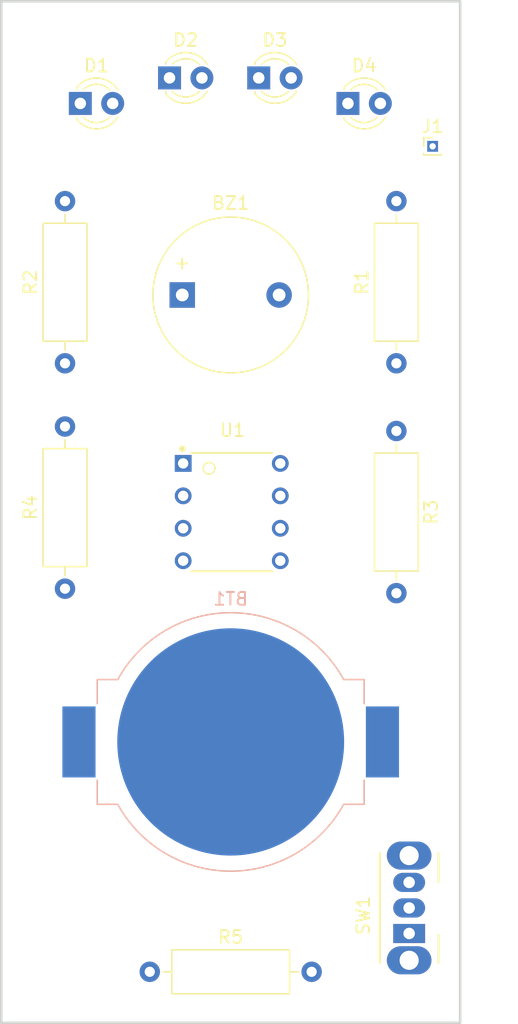
<source format=kicad_pcb>
(kicad_pcb (version 20211014) (generator pcbnew)
  (layers (0 "F.Cu" signal) (31 "B.Cu" signal) (34 "B.Paste" user) (35 "F.Paste" user) (36 "B.SilkS" user "B.Silkscreen") (37 "F.SilkS" user "F.Silkscreen") (38 "B.Mask" user) (39 "F.Mask" user) (44 "Edge.Cuts" user))
  (net 0 "")
  (net 1 "Net-(BT1-Pad1)")
  (net 2 "Net-(BT1-Pad2)")
  (net 3 "Net-(BZ1-Pad1)")
  (net 4 "Net-(D1-Pad1)")
  (net 5 "Net-(D1-Pad2)")
  (net 6 "Net-(D2-Pad1)")
  (net 7 "Net-(D2-Pad2)")
  (net 8 "Net-(D3-Pad1)")
  (net 9 "Net-(D3-Pad2)")
  (net 10 "Net-(D4-Pad1)")
  (net 11 "Net-(D4-Pad2)")
  (net 13 "Net-(J1-Pad1)")
  (net 14 "Net-(BZ1-Pad2)")
  (footprint "Resistor_THT:R_Axial_DIN0309_L9.0mm_D3.2mm_P12.70mm_Horizontal" (layer "F.Cu") (at 184 90.35 90)
    (fp_text reference "R1" (at 6.35 -2.72 90) (layer "F.SilkS"))
    (fp_text value "40R")
    (fp_line (start 1.04 0) (end 1.73 0) (layer "F.SilkS") (width 0.12))
    (fp_line (start 10.97 1.72) (end 10.97 -1.72) (layer "F.SilkS") (width 0.12))
    (fp_line (start 1.73 -1.72) (end 1.73 1.72) (layer "F.SilkS") (width 0.12))
    (fp_line (start 1.73 1.72) (end 10.97 1.72) (layer "F.SilkS") (width 0.12))
    (fp_line (start 11.66 0) (end 10.97 0) (layer "F.SilkS") (width 0.12))
    (fp_line (start 10.97 -1.72) (end 1.73 -1.72) (layer "F.SilkS") (width 0.12))
    (pad "1" thru_hole circle (at 0 0 90) (size 1.6 1.6) (drill 0.8) (layers *.Cu *.Mask) (net 4 "Net-(D1-Pad1)"))
    (pad "2" thru_hole oval (at 12.7 0 90) (size 1.6 1.6) (drill 0.8) (layers *.Cu *.Mask) (net 14 "Net-(BZ1-Pad2)"))
  )
  (footprint "Resistor_THT:R_Axial_DIN0309_L9.0mm_D3.2mm_P12.70mm_Horizontal" (layer "F.Cu") (at 158 90.35 90)
    (fp_text reference "R2" (at 6.35 -2.72 90) (layer "F.SilkS"))
    (fp_text value "40R")
    (fp_line (start 1.73 1.72) (end 10.97 1.72) (layer "F.SilkS") (width 0.12))
    (fp_line (start 11.66 0) (end 10.97 0) (layer "F.SilkS") (width 0.12))
    (fp_line (start 10.97 1.72) (end 10.97 -1.72) (layer "F.SilkS") (width 0.12))
    (fp_line (start 1.73 -1.72) (end 1.73 1.72) (layer "F.SilkS") (width 0.12))
    (fp_line (start 1.04 0) (end 1.73 0) (layer "F.SilkS") (width 0.12))
    (fp_line (start 10.97 -1.72) (end 1.73 -1.72) (layer "F.SilkS") (width 0.12))
    (pad "1" thru_hole circle (at 0 0 90) (size 1.6 1.6) (drill 0.8) (layers *.Cu *.Mask) (net 6 "Net-(D2-Pad1)"))
    (pad "2" thru_hole oval (at 12.7 0 90) (size 1.6 1.6) (drill 0.8) (layers *.Cu *.Mask) (net 14 "Net-(BZ1-Pad2)"))
  )
  (footprint "Resistor_THT:R_Axial_DIN0309_L9.0mm_D3.2mm_P12.70mm_Horizontal" (layer "F.Cu") (at 164.65 138)
    (fp_text reference "R5" (at 6.35 -2.72) (layer "F.SilkS"))
    (fp_text value "1MR")
    (fp_line (start 10.97 -1.72) (end 1.73 -1.72) (layer "F.SilkS") (width 0.12))
    (fp_line (start 11.66 0) (end 10.97 0) (layer "F.SilkS") (width 0.12))
    (fp_line (start 1.73 -1.72) (end 1.73 1.72) (layer "F.SilkS") (width 0.12))
    (fp_line (start 1.73 1.72) (end 10.97 1.72) (layer "F.SilkS") (width 0.12))
    (fp_line (start 1.04 0) (end 1.73 0) (layer "F.SilkS") (width 0.12))
    (fp_line (start 10.97 1.72) (end 10.97 -1.72) (layer "F.SilkS") (width 0.12))
    (pad "1" thru_hole circle (at 0 0) (size 1.6 1.6) (drill 0.8) (layers *.Cu *.Mask) (net 14 "Net-(BZ1-Pad2)"))
    (pad "2" thru_hole oval (at 12.7 0) (size 1.6 1.6) (drill 0.8) (layers *.Cu *.Mask) (net 13 "Net-(J1-Pad1)"))
  )
  (footprint "LED_THT:LED_D3.0mm" (layer "F.Cu") (at 159.2 70)
    (fp_text reference "D1" (at 1.27 -2.96) (layer "F.SilkS"))
    (fp_text value "Green1")
    (fp_line (start -0.29 -1.236) (end -0.29 -1.08) (layer "F.SilkS") (width 0.12))
    (fp_line (start -0.29 1.08) (end -0.29 1.236) (layer "F.SilkS") (width 0.12))
    (fp_arc (start -0.29 -1.235516) (mid 1.366487 -1.987659) (end 2.942335 -1.078608) (layer "F.SilkS") (width 0.12))
    (fp_arc (start 2.31113 1.079837) (mid 1.270117 1.5) (end 0.229039 1.08) (layer "F.SilkS") (width 0.12))
    (fp_arc (start 0.229039 -1.08) (mid 1.270117 -1.5) (end 2.31113 -1.079837) (layer "F.SilkS") (width 0.12))
    (fp_arc (start 2.942335 1.078608) (mid 1.366487 1.987659) (end -0.29 1.235516) (layer "F.SilkS") (width 0.12))
    (pad "1" thru_hole rect (at 0 0) (size 1.8 1.8) (drill 0.9) (layers *.Cu *.Mask) (net 4 "Net-(D1-Pad1)"))
    (pad "2" thru_hole circle (at 2.54 0) (size 1.8 1.8) (drill 0.9) (layers *.Cu *.Mask) (net 5 "Net-(D1-Pad2)"))
  )
  (footprint "LED_THT:LED_D3.0mm" (layer "F.Cu") (at 173.2 68)
    (fp_text reference "D3" (at 1.27 -2.96) (layer "F.SilkS"))
    (fp_text value "Yellow")
    (fp_line (start -0.29 -1.236) (end -0.29 -1.08) (layer "F.SilkS") (width 0.12))
    (fp_line (start -0.29 1.08) (end -0.29 1.236) (layer "F.SilkS") (width 0.12))
    (fp_arc (start 2.942335 1.078608) (mid 1.366487 1.987659) (end -0.29 1.235516) (layer "F.SilkS") (width 0.12))
    (fp_arc (start 0.229039 -1.08) (mid 1.270117 -1.5) (end 2.31113 -1.079837) (layer "F.SilkS") (width 0.12))
    (fp_arc (start -0.29 -1.235516) (mid 1.366487 -1.987659) (end 2.942335 -1.078608) (layer "F.SilkS") (width 0.12))
    (fp_arc (start 2.31113 1.079837) (mid 1.270117 1.5) (end 0.229039 1.08) (layer "F.SilkS") (width 0.12))
    (pad "1" thru_hole rect (at 0 0) (size 1.8 1.8) (drill 0.9) (layers *.Cu *.Mask) (net 8 "Net-(D3-Pad1)"))
    (pad "2" thru_hole circle (at 2.54 0) (size 1.8 1.8) (drill 0.9) (layers *.Cu *.Mask) (net 9 "Net-(D3-Pad2)"))
  )
  (footprint "Resistor_THT:R_Axial_DIN0309_L9.0mm_D3.2mm_P12.70mm_Horizontal" (layer "F.Cu") (at 184 95.65 -90)
    (fp_text reference "R3" (at 6.35 -2.72 90) (layer "F.SilkS"))
    (fp_text value "40R")
    (fp_line (start 10.97 -1.72) (end 1.73 -1.72) (layer "F.SilkS") (width 0.12))
    (fp_line (start 11.66 0) (end 10.97 0) (layer "F.SilkS") (width 0.12))
    (fp_line (start 1.73 -1.72) (end 1.73 1.72) (layer "F.SilkS") (width 0.12))
    (fp_line (start 1.04 0) (end 1.73 0) (layer "F.SilkS") (width 0.12))
    (fp_line (start 1.73 1.72) (end 10.97 1.72) (layer "F.SilkS") (width 0.12))
    (fp_line (start 10.97 1.72) (end 10.97 -1.72) (layer "F.SilkS") (width 0.12))
    (pad "1" thru_hole circle (at 0 0 270) (size 1.6 1.6) (drill 0.8) (layers *.Cu *.Mask) (net 8 "Net-(D3-Pad1)"))
    (pad "2" thru_hole oval (at 12.7 0 270) (size 1.6 1.6) (drill 0.8) (layers *.Cu *.Mask) (net 14 "Net-(BZ1-Pad2)"))
  )
  (footprint "Resistor_THT:R_Axial_DIN0309_L9.0mm_D3.2mm_P12.70mm_Horizontal" (layer "F.Cu") (at 158 108 90)
    (fp_text reference "R4" (at 6.35 -2.72 90) (layer "F.SilkS"))
    (fp_text value "40R")
    (fp_line (start 1.73 1.72) (end 10.97 1.72) (layer "F.SilkS") (width 0.12))
    (fp_line (start 10.97 -1.72) (end 1.73 -1.72) (layer "F.SilkS") (width 0.12))
    (fp_line (start 1.73 -1.72) (end 1.73 1.72) (layer "F.SilkS") (width 0.12))
    (fp_line (start 1.04 0) (end 1.73 0) (layer "F.SilkS") (width 0.12))
    (fp_line (start 10.97 1.72) (end 10.97 -1.72) (layer "F.SilkS") (width 0.12))
    (fp_line (start 11.66 0) (end 10.97 0) (layer "F.SilkS") (width 0.12))
    (pad "1" thru_hole circle (at 0 0 90) (size 1.6 1.6) (drill 0.8) (layers *.Cu *.Mask) (net 10 "Net-(D4-Pad1)"))
    (pad "2" thru_hole oval (at 12.7 0 90) (size 1.6 1.6) (drill 0.8) (layers *.Cu *.Mask) (net 14 "Net-(BZ1-Pad2)"))
  )
  (footprint "ATTINY85-20PU:DIP762W46P254L927H533Q8B" (layer "F.Cu") (at 171.08 102)
    (fp_text reference "U1" (at 0.05901 -6.40481) (layer "F.SilkS") (effects (font (size 1.000126 1.000126))))
    (fp_text value "ATTINY85-20PU")
    (fp_line (start 3.175 4.635) (end -3.175 4.635) (layer "F.SilkS") (width 0.1524))
    (fp_line (start -3.175 -4.635) (end 3.175 -4.635) (layer "F.SilkS") (width 0.1524))
    (fp_circle (center -1.778 -3.429) (end -1.320097 -3.429) (layer "F.SilkS") (width 0.127) (fill none))
    (fp_circle (center -3.876 -4.954) (end -3.622 -4.954) (layer "F.SilkS") (width 0) (fill solid))
    (pad "1" thru_hole rect locked (at -3.81 -3.81) (size 1.3208 1.3208) (drill 0.8128) (layers *.Cu *.Mask))
    (pad "2" thru_hole circle locked (at -3.81 -1.27) (size 1.3208 1.3208) (drill 0.8128) (layers *.Cu *.Mask) (net 11 "Net-(D4-Pad2)"))
    (pad "3" thru_hole circle locked (at -3.81 1.27) (size 1.3208 1.3208) (drill 0.8128) (layers *.Cu *.Mask) (net 3 "Net-(BZ1-Pad1)"))
    (pad "4" thru_hole circle locked (at -3.81 3.81) (size 1.3208 1.3208) (drill 0.8128) (layers *.Cu *.Mask) (net 14 "Net-(BZ1-Pad2)"))
    (pad "5" thru_hole circle locked (at 3.81 3.81) (size 1.3208 1.3208) (drill 0.8128) (layers *.Cu *.Mask) (net 5 "Net-(D1-Pad2)"))
    (pad "6" thru_hole circle locked (at 3.81 1.27) (size 1.3208 1.3208) (drill 0.8128) (layers *.Cu *.Mask) (net 7 "Net-(D2-Pad2)"))
    (pad "7" thru_hole circle locked (at 3.81 -1.27) (size 1.3208 1.3208) (drill 0.8128) (layers *.Cu *.Mask) (net 9 "Net-(D3-Pad2)"))
    (pad "8" thru_hole circle locked (at 3.81 -3.81) (size 1.3208 1.3208) (drill 0.8128) (layers *.Cu *.Mask) (net 1 "Net-(BT1-Pad1)"))
  )
  (footprint "Button_Switch_THT:SW_CuK_OS102011MA1QN1_SPDT_Angled" (layer "F.Cu") (at 185 135 90)
    (fp_text reference "SW1" (at 1.4 -3.6 90) (layer "F.SilkS"))
    (fp_text value "On/Off")
    (fp_line (start -2.3 -2.3) (end 6.3 -2.3) (layer "F.SilkS") (width 0.15))
    (fp_line (start 4 2.3) (end 6.3 2.3) (layer "F.SilkS") (width 0.15))
    (fp_line (start -2.3 2.3) (end -0.1 2.3) (layer "F.SilkS") (width 0.15))
    (pad "" thru_hole oval (at -2.1 0 90) (size 2.2 3.5) (drill 1.5) (layers *.Cu *.Mask))
    (pad "" thru_hole oval (at 6.1 0 90) (size 2.2 3.5) (drill 1.5) (layers *.Cu *.Mask))
    (pad "1" thru_hole rect (at 0 0 90) (size 1.5 2.5) (drill 0.9) (layers *.Cu *.Mask))
    (pad "2" thru_hole oval (at 2 0 90) (size 1.5 2.5) (drill 0.9) (layers *.Cu *.Mask) (net 2 "Net-(BT1-Pad2)"))
    (pad "3" thru_hole oval (at 4 0 90) (size 1.5 2.5) (drill 0.9) (layers *.Cu *.Mask) (net 14 "Net-(BZ1-Pad2)"))
  )
  (footprint "LED_THT:LED_D3.0mm" (layer "F.Cu") (at 166.2 68)
    (fp_text reference "D2" (at 1.27 -2.96) (layer "F.SilkS"))
    (fp_text value "Green2")
    (fp_line (start -0.29 1.08) (end -0.29 1.236) (layer "F.SilkS") (width 0.12))
    (fp_line (start -0.29 -1.236) (end -0.29 -1.08) (layer "F.SilkS") (width 0.12))
    (fp_arc (start 2.942335 1.078608) (mid 1.366487 1.987659) (end -0.29 1.235516) (layer "F.SilkS") (width 0.12))
    (fp_arc (start 0.229039 -1.08) (mid 1.270117 -1.5) (end 2.31113 -1.079837) (layer "F.SilkS") (width 0.12))
    (fp_arc (start 2.31113 1.079837) (mid 1.270117 1.5) (end 0.229039 1.08) (layer "F.SilkS") (width 0.12))
    (fp_arc (start -0.29 -1.235516) (mid 1.366487 -1.987659) (end 2.942335 -1.078608) (layer "F.SilkS") (width 0.12))
    (pad "1" thru_hole rect (at 0 0) (size 1.8 1.8) (drill 0.9) (layers *.Cu *.Mask) (net 6 "Net-(D2-Pad1)"))
    (pad "2" thru_hole circle (at 2.54 0) (size 1.8 1.8) (drill 0.9) (layers *.Cu *.Mask) (net 7 "Net-(D2-Pad2)"))
  )
  (footprint "Buzzer_Beeper:Buzzer_12x9.5RM7.6" (layer "F.Cu") (at 167.2 85)
    (fp_text reference "BZ1" (at 3.8 -7.2) (layer "F.SilkS"))
    (fp_text value "Buzzer")
    (fp_text user "+" (at -0.01 -2.54) (layer "F.SilkS"))
    (fp_circle (center 3.8 0) (end 9.9 0) (layer "F.SilkS") (width 0.12) (fill none))
    (pad "1" thru_hole rect (at 0 0) (size 2 2) (drill 1) (layers *.Cu *.Mask) (net 3 "Net-(BZ1-Pad1)"))
    (pad "2" thru_hole circle (at 7.6 0) (size 2 2) (drill 1) (layers *.Cu *.Mask) (net 14 "Net-(BZ1-Pad2)"))
  )
  (footprint "LED_THT:LED_D3.0mm" (layer "F.Cu") (at 180.2 70)
    (fp_text reference "D4" (at 1.27 -2.96) (layer "F.SilkS"))
    (fp_text value "Red")
    (fp_line (start -0.29 -1.236) (end -0.29 -1.08) (layer "F.SilkS") (width 0.12))
    (fp_line (start -0.29 1.08) (end -0.29 1.236) (layer "F.SilkS") (width 0.12))
    (fp_arc (start 0.229039 -1.08) (mid 1.270117 -1.5) (end 2.31113 -1.079837) (layer "F.SilkS") (width 0.12))
    (fp_arc (start -0.29 -1.235516) (mid 1.366487 -1.987659) (end 2.942335 -1.078608) (layer "F.SilkS") (width 0.12))
    (fp_arc (start 2.942335 1.078608) (mid 1.366487 1.987659) (end -0.29 1.235516) (layer "F.SilkS") (width 0.12))
    (fp_arc (start 2.31113 1.079837) (mid 1.270117 1.5) (end 0.229039 1.08) (layer "F.SilkS") (width 0.12))
    (pad "1" thru_hole rect (at 0 0) (size 1.8 1.8) (drill 0.9) (layers *.Cu *.Mask) (net 10 "Net-(D4-Pad1)"))
    (pad "2" thru_hole circle (at 2.54 0) (size 1.8 1.8) (drill 0.9) (layers *.Cu *.Mask) (net 11 "Net-(D4-Pad2)"))
  )
  (footprint "Connector_PinHeader_1.00mm:PinHeader_1x01_P1.00mm_Vertical" (layer "F.Cu") (at 186.84125 73.3575)
    (fp_text reference "J1" (at 0 -1.56) (layer "F.SilkS"))
    (fp_text value "Antenna")
    (fp_line (start -0.695 0) (end -0.695 -0.685) (layer "F.SilkS") (width 0.12))
    (fp_line (start -0.695 0.685) (end -0.608276 0.685) (layer "F.SilkS") (width 0.12))
    (fp_line (start -0.695 0.685) (end 0.695 0.685) (layer "F.SilkS") (width 0.12))
    (fp_line (start 0.608276 0.685) (end 0.695 0.685) (layer "F.SilkS") (width 0.12))
    (fp_line (start -0.695 0.685) (end -0.695 0.56) (layer "F.SilkS") (width 0.12))
    (fp_line (start 0.695 0.685) (end 0.695 0.56) (layer "F.SilkS") (width 0.12))
    (fp_line (start -0.695 -0.685) (end 0 -0.685) (layer "F.SilkS") (width 0.12))
    (pad "1" thru_hole rect (at 0 0) (size 0.85 0.85) (drill 0.5) (layers *.Cu *.Mask) (net 13 "Net-(J1-Pad1)"))
  )
  (footprint "Battery:BatteryHolder_MPD_BC2003_1x2032" (layer "B.Cu") (at 171 120 180)
    (fp_text reference "BT1" (at 0 11.2) (layer "B.SilkS") (effects (justify mirror)))
    (fp_text value "Battery")
    (fp_line (start 10.47 -3) (end 10.47 -4.885) (layer "B.SilkS") (width 0.12))
    (fp_line (start -10.47 -4.885) (end -8.86291 -4.885) (layer "B.SilkS") (width 0.12))
    (fp_line (start -10.47 3) (end -10.47 4.885) (layer "B.SilkS") (width 0.12))
    (fp_line (start 10.47 -4.885) (end 8.86291 -4.885) (layer "B.SilkS") (width 0.12))
    (fp_line (start -10.47 -3) (end -10.47 -4.885) (layer "B.SilkS") (width 0.12))
    (fp_line (start -10.47 4.885) (end -8.86291 4.885) (layer "B.SilkS") (width 0.12))
    (fp_line (start 10.47 4.885) (end 8.86291 4.885) (layer "B.SilkS") (width 0.12))
    (fp_line (start 10.47 3) (end 10.47 4.885) (layer "B.SilkS") (width 0.12))
    (fp_arc (start -8.86291 -4.885) (mid 0.002187 -10.12) (end 8.865021 -4.881168) (layer "B.SilkS") (width 0.12))
    (fp_arc (start 8.86291 4.885) (mid 0 10.12) (end -8.86291 4.885) (layer "B.SilkS") (width 0.12))
    (pad "1" smd rect (at 11.905 0 180) (size 2.6 5.56) (layers "B.Cu" "B.Paste" "B.Mask") (net 1 "Net-(BT1-Pad1)"))
    (pad "1" smd rect (at -11.905 0 180) (size 2.6 5.56) (layers "B.Cu" "B.Paste" "B.Mask") (net 1 "Net-(BT1-Pad1)"))
    (pad "2" smd circle (at 0 0 180) (size 17.8 17.8) (layers "B.Cu" "B.Mask") (net 2 "Net-(BT1-Pad2)"))
  )
  (gr_rect (start 153 62) (end 189 142) (layer "Edge.Cuts") (width 0.2) (fill none))
)
</source>
